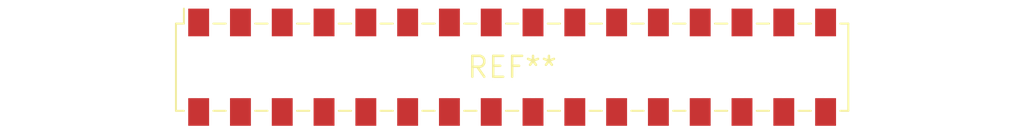
<source format=kicad_pcb>
(kicad_pcb (version 20240108) (generator pcbnew)
  (layers (0 "F.Cu" signal) (31 "B.Cu" signal) (34 "B.Paste" user) (35 "F.Paste" user) (36 "B.SilkS" user "B.Silkscreen") (37 "F.SilkS" user "F.Silkscreen") (38 "B.Mask" user) (39 "F.Mask" user) (44 "Edge.Cuts" user))
  (net 0 "")
  (footprint "Samtec_HLE-116-02-xxx-DV-BE-A_2x16_P2.54mm_Horizontal" (layer "F.Cu") (at 0 0)
    (property "Reference" "REF**")
    (property "Value" "Samtec_HLE-116-02-xxx-DV-BE-A_2x16_P2.54mm_Horizontal")
    (fp_line (start -20.43 -2.65) (end -20.43 2.65) (layer "F.SilkS") (stroke (width 0.12)))
    (fp_line (start -20.43 2.65) (end -19.945 2.65) (layer "F.SilkS") (stroke (width 0.12)))
    (fp_line (start -19.945 -3.56) (end -19.945 -2.65) (layer "F.SilkS") (stroke (width 0.12)))
    (fp_line (start -19.945 -2.65) (end -20.43 -2.65) (layer "F.SilkS") (stroke (width 0.12)))
    (fp_line (start -18.155 -2.65) (end -17.405 -2.65) (layer "F.SilkS") (stroke (width 0.12)))
    (fp_line (start -18.155 2.65) (end -17.405 2.65) (layer "F.SilkS") (stroke (width 0.12)))
    (fp_line (start -15.615 -2.65) (end -14.865 -2.65) (layer "F.SilkS") (stroke (width 0.12)))
    (fp_line (start -15.615 2.65) (end -14.865 2.65) (layer "F.SilkS") (stroke (width 0.12)))
    (fp_line (start -13.075 -2.65) (end -12.325 -2.65) (layer "F.SilkS") (stroke (width 0.12)))
    (fp_line (start -13.075 2.65) (end -12.325 2.65) (layer "F.SilkS") (stroke (width 0.12)))
    (fp_line (start -10.535 -2.65) (end -9.785 -2.65) (layer "F.SilkS") (stroke (width 0.12)))
    (fp_line (start -10.535 2.65) (end -9.785 2.65) (layer "F.SilkS") (stroke (width 0.12)))
    (fp_line (start -7.995 -2.65) (end -7.245 -2.65) (layer "F.SilkS") (stroke (width 0.12)))
    (fp_line (start -7.995 2.65) (end -7.245 2.65) (layer "F.SilkS") (stroke (width 0.12)))
    (fp_line (start -5.455 -2.65) (end -4.705 -2.65) (layer "F.SilkS") (stroke (width 0.12)))
    (fp_line (start -5.455 2.65) (end -4.705 2.65) (layer "F.SilkS") (stroke (width 0.12)))
    (fp_line (start -2.915 -2.65) (end -2.165 -2.65) (layer "F.SilkS") (stroke (width 0.12)))
    (fp_line (start -2.915 2.65) (end -2.165 2.65) (layer "F.SilkS") (stroke (width 0.12)))
    (fp_line (start -0.375 -2.65) (end 0.375 -2.65) (layer "F.SilkS") (stroke (width 0.12)))
    (fp_line (start -0.375 2.65) (end 0.375 2.65) (layer "F.SilkS") (stroke (width 0.12)))
    (fp_line (start 2.165 -2.65) (end 2.915 -2.65) (layer "F.SilkS") (stroke (width 0.12)))
    (fp_line (start 2.165 2.65) (end 2.915 2.65) (layer "F.SilkS") (stroke (width 0.12)))
    (fp_line (start 4.705 -2.65) (end 5.455 -2.65) (layer "F.SilkS") (stroke (width 0.12)))
    (fp_line (start 4.705 2.65) (end 5.455 2.65) (layer "F.SilkS") (stroke (width 0.12)))
    (fp_line (start 7.245 -2.65) (end 7.995 -2.65) (layer "F.SilkS") (stroke (width 0.12)))
    (fp_line (start 7.245 2.65) (end 7.995 2.65) (layer "F.SilkS") (stroke (width 0.12)))
    (fp_line (start 9.785 -2.65) (end 10.535 -2.65) (layer "F.SilkS") (stroke (width 0.12)))
    (fp_line (start 9.785 2.65) (end 10.535 2.65) (layer "F.SilkS") (stroke (width 0.12)))
    (fp_line (start 12.325 -2.65) (end 13.075 -2.65) (layer "F.SilkS") (stroke (width 0.12)))
    (fp_line (start 12.325 2.65) (end 13.075 2.65) (layer "F.SilkS") (stroke (width 0.12)))
    (fp_line (start 14.865 -2.65) (end 15.615 -2.65) (layer "F.SilkS") (stroke (width 0.12)))
    (fp_line (start 14.865 2.65) (end 15.615 2.65) (layer "F.SilkS") (stroke (width 0.12)))
    (fp_line (start 17.405 -2.65) (end 18.155 -2.65) (layer "F.SilkS") (stroke (width 0.12)))
    (fp_line (start 17.405 2.65) (end 18.155 2.65) (layer "F.SilkS") (stroke (width 0.12)))
    (fp_line (start 19.945 -2.65) (end 20.43 -2.65) (layer "F.SilkS") (stroke (width 0.12)))
    (fp_line (start 20.43 -2.65) (end 20.43 2.65) (layer "F.SilkS") (stroke (width 0.12)))
    (fp_line (start 20.43 2.65) (end 19.945 2.65) (layer "F.SilkS") (stroke (width 0.12)))
    (pad "" np_thru_hole circle (at -19.05 -1.27) (size 0.97 0.97) (drill 0.97) (layers *.Cu *.Mask))
    (pad "" np_thru_hole circle (at -19.05 1.27) (size 0.97 0.97) (drill 0.97) (layers *.Cu *.Mask))
    (pad "" np_thru_hole circle (at -17.78 0) (size 1.78 1.78) (drill 1.78) (layers *.Cu *.Mask))
    (pad "" np_thru_hole circle (at -16.51 -1.27) (size 0.97 0.97) (drill 0.97) (layers *.Cu *.Mask))
    (pad "" np_thru_hole circle (at -16.51 1.27) (size 0.97 0.97) (drill 0.97) (layers *.Cu *.Mask))
    (pad "" np_thru_hole circle (at -13.97 -1.27) (size 0.97 0.97) (drill 0.97) (layers *.Cu *.Mask))
    (pad "" np_thru_hole circle (at -13.97 1.27) (size 0.97 0.97) (drill 0.97) (layers *.Cu *.Mask))
    (pad "" np_thru_hole circle (at -11.43 -1.27) (size 0.97 0.97) (drill 0.97) (layers *.Cu *.Mask))
    (pad "" np_thru_hole circle (at -11.43 1.27) (size 0.97 0.97) (drill 0.97) (layers *.Cu *.Mask))
    (pad "" np_thru_hole circle (at -8.89 -1.27) (size 0.97 0.97) (drill 0.97) (layers *.Cu *.Mask))
    (pad "" np_thru_hole circle (at -8.89 1.27) (size 0.97 0.97) (drill 0.97) (layers *.Cu *.Mask))
    (pad "" np_thru_hole circle (at -6.35 -1.27) (size 0.97 0.97) (drill 0.97) (layers *.Cu *.Mask))
    (pad "" np_thru_hole circle (at -6.35 1.27) (size 0.97 0.97) (drill 0.97) (layers *.Cu *.Mask))
    (pad "" np_thru_hole circle (at -3.81 -1.27) (size 0.97 0.97) (drill 0.97) (layers *.Cu *.Mask))
    (pad "" np_thru_hole circle (at -3.81 1.27) (size 0.97 0.97) (drill 0.97) (layers *.Cu *.Mask))
    (pad "" np_thru_hole circle (at -1.27 -1.27) (size 0.97 0.97) (drill 0.97) (layers *.Cu *.Mask))
    (pad "" np_thru_hole circle (at -1.27 1.27) (size 0.97 0.97) (drill 0.97) (layers *.Cu *.Mask))
    (pad "" np_thru_hole circle (at 1.27 -1.27) (size 0.97 0.97) (drill 0.97) (layers *.Cu *.Mask))
    (pad "" np_thru_hole circle (at 1.27 1.27) (size 0.97 0.97) (drill 0.97) (layers *.Cu *.Mask))
    (pad "" np_thru_hole circle (at 3.81 -1.27) (size 0.97 0.97) (drill 0.97) (layers *.Cu *.Mask))
    (pad "" np_thru_hole circle (at 3.81 1.27) (size 0.97 0.97) (drill 0.97) (layers *.Cu *.Mask))
    (pad "" np_thru_hole circle (at 6.35 -1.27) (size 0.97 0.97) (drill 0.97) (layers *.Cu *.Mask))
    (pad "" np_thru_hole circle (at 6.35 1.27) (size 0.97 0.97) (drill 0.97) (layers *.Cu *.Mask))
    (pad "" np_thru_hole circle (at 8.89 -1.27) (size 0.97 0.97) (drill 0.97) (layers *.Cu *.Mask))
    (pad "" np_thru_hole circle (at 8.89 1.27) (size 0.97 0.97) (drill 0.97) (layers *.Cu *.Mask))
    (pad "" np_thru_hole circle (at 11.43 -1.27) (size 0.97 0.97) (drill 0.97) (layers *.Cu *.Mask))
    (pad "" np_thru_hole circle (at 11.43 1.27) (size 0.97 0.97) (drill 0.97) (layers *.Cu *.Mask))
    (pad "" np_thru_hole circle (at 13.97 -1.27) (size 0.97 0.97) (drill 0.97) (layers *.Cu *.Mask))
    (pad "" np_thru_hole circle (at 13.97 1.27) (size 0.97 0.97) (drill 0.97) (layers *.Cu *.Mask))
    (pad "" np_thru_hole circle (at 16.51 -1.27) (size 0.97 0.97) (drill 0.97) (layers *.Cu *.Mask))
    (pad "" np_thru_hole circle (at 16.51 1.27) (size 0.97 0.97) (drill 0.97) (layers *.Cu *.Mask))
    (pad "" np_thru_hole circle (at 17.78 0) (size 1.78 1.78) (drill 1.78) (layers *.Cu *.Mask))
    (pad "" np_thru_hole circle (at 19.05 -1.27) (size 0.97 0.97) (drill 0.97) (layers *.Cu *.Mask))
    (pad "" np_thru_hole circle (at 19.05 1.27) (size 0.97 0.97) (drill 0.97) (layers *.Cu *.Mask))
    (pad "1" smd rect (at -19.05 -2.72) (size 1.27 1.68) (layers "F.Cu" "F.Paste" "F.Mask"))
    (pad "2" smd rect (at -19.05 2.72) (size 1.27 1.68) (layers "F.Cu" "F.Paste" "F.Mask"))
    (pad "3" smd rect (at -16.51 -2.72) (size 1.27 1.68) (layers "F.Cu" "F.Paste" "F.Mask"))
    (pad "4" smd rect (at -16.51 2.72) (size 1.27 1.68) (layers "F.Cu" "F.Paste" "F.Mask"))
    (pad "5" smd rect (at -13.97 -2.72) (size 1.27 1.68) (layers "F.Cu" "F.Paste" "F.Mask"))
    (pad "6" smd rect (at -13.97 2.72) (size 1.27 1.68) (layers "F.Cu" "F.Paste" "F.Mask"))
    (pad "7" smd rect (at -11.43 -2.72) (size 1.27 1.68) (layers "F.Cu" "F.Paste" "F.Mask"))
    (pad "8" smd rect (at -11.43 2.72) (size 1.27 1.68) (layers "F.Cu" "F.Paste" "F.Mask"))
    (pad "9" smd rect (at -8.89 -2.72) (size 1.27 1.68) (layers "F.Cu" "F.Paste" "F.Mask"))
    (pad "10" smd rect (at -8.89 2.72) (size 1.27 1.68) (layers "F.Cu" "F.Paste" "F.Mask"))
    (pad "11" smd rect (at -6.35 -2.72) (size 1.27 1.68) (layers "F.Cu" "F.Paste" "F.Mask"))
    (pad "12" smd rect (at -6.35 2.72) (size 1.27 1.68) (layers "F.Cu" "F.Paste" "F.Mask"))
    (pad "13" smd rect (at -3.81 -2.72) (size 1.27 1.68) (layers "F.Cu" "F.Paste" "F.Mask"))
    (pad "14" smd rect (at -3.81 2.72) (size 1.27 1.68) (layers "F.Cu" "F.Paste" "F.Mask"))
    (pad "15" smd rect (at -1.27 -2.72) (size 1.27 1.68) (layers "F.Cu" "F.Paste" "F.Mask"))
    (pad "16" smd rect (at -1.27 2.72) (size 1.27 1.68) (layers "F.Cu" "F.Paste" "F.Mask"))
    (pad "17" smd rect (at 1.27 -2.72) (size 1.27 1.68) (layers "F.Cu" "F.Paste" "F.Mask"))
    (pad "18" smd rect (at 1.27 2.72) (size 1.27 1.68) (layers "F.Cu" "F.Paste" "F.Mask"))
    (pad "19" smd rect (at 3.81 -2.72) (size 1.27 1.68) (layers "F.Cu" "F.Paste" "F.Mask"))
    (pad "20" smd rect (at 3.81 2.72) (size 1.27 1.68) (layers "F.Cu" "F.Paste" "F.Mask"))
    (pad "21" smd rect (at 6.35 -2.72) (size 1.27 1.68) (layers "F.Cu" "F.Paste" "F.Mask"))
    (pad "22" smd rect (at 6.35 2.72) (size 1.27 1.68) (layers "F.Cu" "F.Paste" "F.Mask"))
    (pad "23" smd rect (at 8.89 -2.72) (size 1.27 1.68) (layers "F.Cu" "F.Paste" "F.Mask"))
    (pad "24" smd rect (at 8.89 2.72) (size 1.27 1.68) (layers "F.Cu" "F.Paste" "F.Mask"))
    (pad "25" smd rect (at 11.43 -2.72) (size 1.27 1.68) (layers "F.Cu" "F.Paste" "F.Mask"))
    (pad "26" smd rect (at 11.43 2.72) (size 1.27 1.68) (layers "F.Cu" "F.Paste" "F.Mask"))
    (pad "27" smd rect (at 13.97 -2.72) (size 1.27 1.68) (layers "F.Cu" "F.Paste" "F.Mask"))
    (pad "28" smd rect (at 13.97 2.72) (size 1.27 1.68) (layers "F.Cu" "F.Paste" "F.Mask"))
    (pad "29" smd rect (at 16.51 -2.72) (size 1.27 1.68) (layers "F.Cu" "F.Paste" "F.Mask"))
    (pad "30" smd rect (at 16.51 2.72) (size 1.27 1.68) (layers "F.Cu" "F.Paste" "F.Mask"))
    (pad "31" smd rect (at 19.05 -2.72) (size 1.27 1.68) (layers "F.Cu" "F.Paste" "F.Mask"))
    (pad "32" smd rect (at 19.05 2.72) (size 1.27 1.68) (layers "F.Cu" "F.Paste" "F.Mask"))
  )
)
</source>
